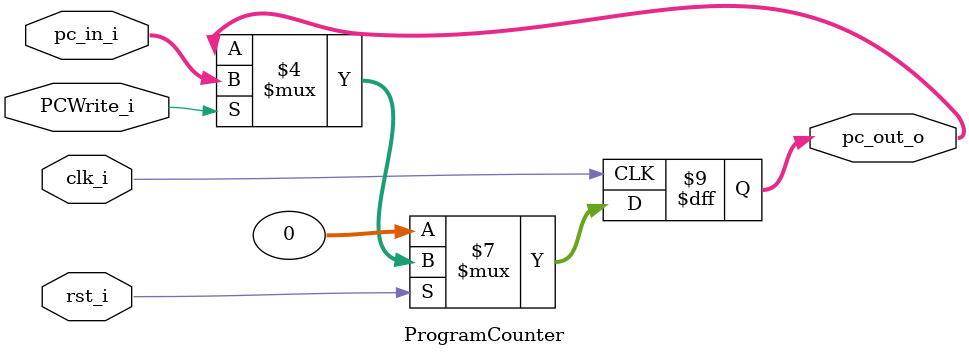
<source format=v>

module ProgramCounter(
    clk_i,
	rst_i,
	pc_in_i,
	PCWrite_i,
	pc_out_o
	);
     
//I/O ports
input           clk_i;
input	        rst_i;
input  [32-1:0] pc_in_i;
input 			PCWrite_i;
output [32-1:0] pc_out_o;
 
//Internal Signals
reg    [32-1:0] pc_out_o;
 
//Parameter

    
//Main function
always @(posedge clk_i) begin
    if(~rst_i)
	    pc_out_o <= 0;
	else if(PCWrite_i)
	    pc_out_o <= pc_in_i;
	else
		pc_out_o <= pc_out_o;
end

endmodule



                    
                    
</source>
